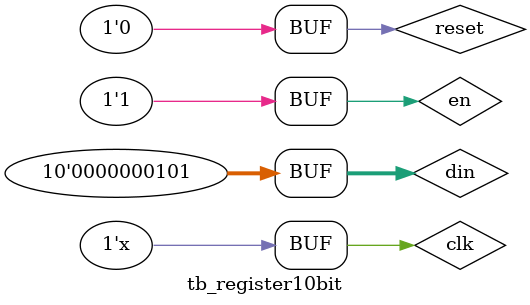
<source format=v>
module register10bit (
 output reg [9:0] dout,
 input wire clk, reset, en,
 input wire [9:0] din);

 always @(posedge clk) begin //triggered by clock rising edge
     if (reset == 1'b1) begin
        dout <= 10'b0000000000; //output is 0 if reset bit is high
     end
     else if (en == 1'b1) begin
        dout <= din; //when enabled output=input
     end
  end
endmodule

module tb_register10bit();
     wire [9:0] dout;
     reg clk, reset, en;
     reg [9:0] din;
    
     register10bit SUT(.dout(dout), .clk(clk), .reset(reset), .en(en), .din(din));
    
     parameter PERIOD = 10;
    
     initial clk = 1'b0; //clock starts on 0
     always #(PERIOD/2) clk = ~clk;
    
     initial begin
         reset = 1'b1; #PERIOD; //test reset
         reset = 1'b0; din = 10'b1111; en = 1'b1; #PERIOD;
         din = 10'b0111;    #PERIOD;
         din = 10'b0011;    #PERIOD;
         din = 10'b0001;    #PERIOD;
         din = 10'b0;       #PERIOD; //test inputs
         din = 10'b0101;    #PERIOD; 
     end
endmodule
</source>
